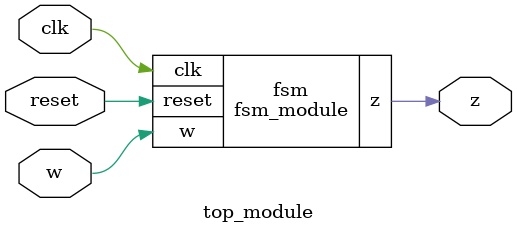
<source format=sv>
module fsm_module (
    input clk,
    input reset,
    input w,
    output reg z
);

    // State Definitions
    parameter [1:0] A = 2'b00;
    parameter [1:0] B = 2'b01;
    parameter [1:0] C = 2'b10;
    parameter [1:0] D = 2'b11;
    parameter [1:0] E = 2'b10;
    parameter [1:0] F = 2'b11;

    reg [1:0] current_state;
    reg [1:0] next_state;

    always @(posedge clk, posedge reset)
    begin
        if (reset)
            current_state <= A;
        else
            current_state <= next_state;
    end

    always @(current_state, w)
    begin
        case (current_state)
            A: if (w == 1)
                   next_state = B;
               else
                   next_state = A;
            B: if (w == 1)
                   next_state = C;
               else
                   next_state = D;
            C: if (w == 1)
                   next_state = E;
               else
                   next_state = D;
            D: if (w == 1)
                   next_state = F;
               else
                   next_state = A;
            E: if (w == 1)
                   next_state = E;
               else
                   next_state = D;
            F: if (w == 1)
                   next_state = C;
               else
                   next_state = D;
        endcase
    end

    always @(current_state)
    begin
        case (current_state)
            A: z = 1'b0;
            B: z = 1'b0;
            C: z = 1'b0;
            D: z = 1'b0;
            E: z = 1'b1;
            F: z = 1'b1;
        endcase
    end

endmodule
module top_module (
    input clk,
    input reset,
    input w,
    output z
);

    fsm_module fsm (
        .clk(clk),
        .reset(reset),
        .w(w),
        .z(z)
    );

endmodule

</source>
